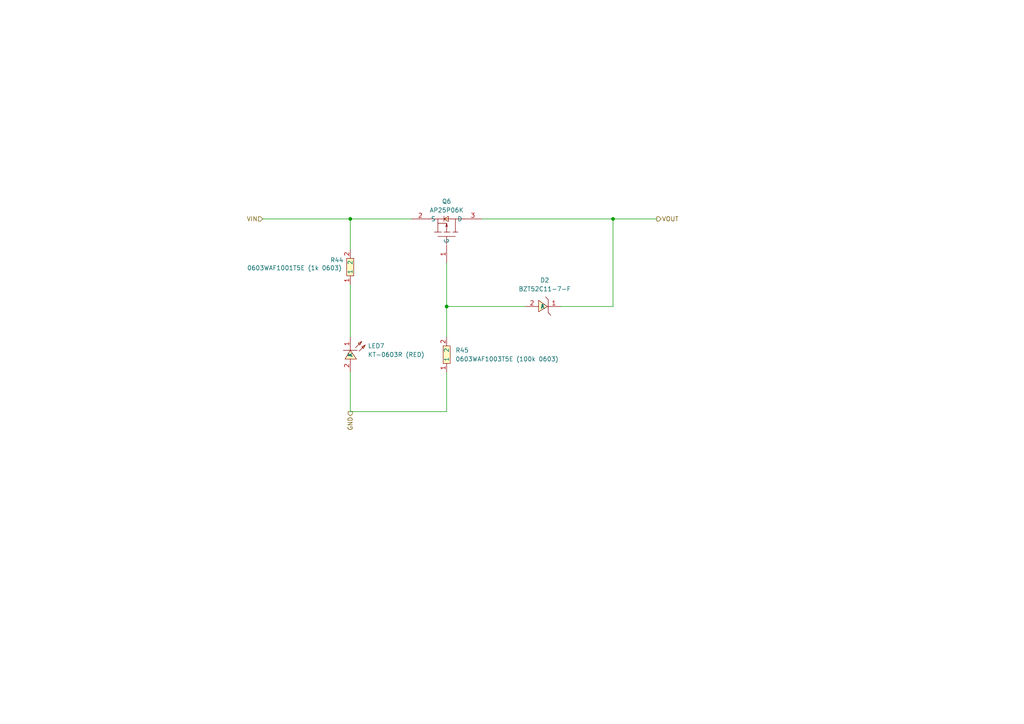
<source format=kicad_sch>
(kicad_sch (version 20231120) (generator "eeschema") (generator_version "8.0")
  (paper "A4")
  (lib_symbols
    (symbol "Rocketry_Easyeda:0603WAF1001T5E (1k 0603)"
      (property "Reference" "R" (at 0 5.08 0))
      (property "Value" "0603WAF1001T5E (1k 0603)" (at 0 -5.08 0))
      (symbol "0603WAF1001T5E (1k 0603)_0_1"
        (rectangle (start -2.54 1.02) (end 2.54 -1.02) (fill (type background)))
        (pin input line (at -5.08 0 0) (length 2.54) (name "1") (number "1"))
        (pin input line (at 5.08 0 180) (length 2.54) (name "2") (number "2"))
      )
    )
    (symbol "Rocketry_Easyeda:0603WAF1003T5E (100k 0603)"
      (property "Reference" "R" (at 0 5.08 0))
      (property "Value" "0603WAF1003T5E (100k 0603)" (at 0 -5.08 0))
      (symbol "0603WAF1003T5E (100k 0603)_0_1"
        (rectangle (start -2.54 1.02) (end 2.54 -1.02) (fill (type background)))
        (pin input line (at -5.08 0 0) (length 2.54) (name "1") (number "1"))
        (pin input line (at 5.08 0 180) (length 2.54) (name "2") (number "2"))
      )
    )
    (symbol "Rocketry_Easyeda:AP25P06K"
      (property "Reference" "Q" (at 0 15.24 0))
      (property "Value" "AP25P06K" (at 0 -15.24 0))
      (symbol "AP25P06K_0_1"
        (polyline (pts (xy 0 0) (xy -2.29 0)))
        (polyline (pts (xy 0 2.54) (xy 0 -2.54)))
        (polyline (pts (xy 1.27 -2.54) (xy 5.08 -2.54)))
        (polyline (pts (xy 1.27 -1.78) (xy 1.27 -3.3)))
        (polyline (pts (xy 1.27 0.76) (xy 1.27 -1.02)))
        (polyline (pts (xy 1.27 2.54) (xy 5.08 2.54)))
        (polyline (pts (xy 1.27 3.56) (xy 1.27 1.52)))
        (polyline (pts (xy 3.81 0) (xy 2.79 -0.25)))
        (polyline (pts (xy 3.81 2.54) (xy 3.81 0)))
        (polyline (pts (xy 5.08 5.08) (xy 5.08 -5.08)))
        (polyline (pts (xy 5.84 0.76) (xy 4.32 0.76)))
        (polyline (pts (xy 1.27 0) (xy 3.81 0) (xy 2.79 0.25)))
        (polyline (pts (xy 5.84 -0.51) (xy 4.32 -0.51) (xy 5.08 0.76) (xy 5.84 -0.51)) (fill (type background)))
        (pin unspecified line (at -7.62 0 0) (length 5.08) (name "G") (number "1"))
        (pin unspecified line (at 5.08 10.16 270) (length 5.08) (name "S") (number "2"))
        (pin unspecified line (at 5.08 -10.16 90) (length 5.08) (name "D") (number "3"))
      )
    )
    (symbol "Rocketry_Easyeda:BZT52C11-7-F"
      (property "Reference" "D" (at 0 5.08 0))
      (property "Value" "BZT52C11-7-F" (at 0 -5.08 0))
      (symbol "BZT52C11-7-F_0_1"
        (polyline (pts (xy 1.27 1.52) (xy -1.27 0) (xy 1.27 -1.78) (xy 1.27 1.52)) (fill (type background)))
        (polyline (pts (xy -2.29 2.54) (xy -1.52 1.78) (xy -1.52 1.78) (xy -1.52 -2.03) (xy -1.52 -2.03) (xy -0.76 -2.79)))
        (pin unspecified line (at -5.08 0 0) (length 3.81) (name "K") (number "1"))
        (pin unspecified line (at 5.08 0 180) (length 3.81) (name "A") (number "2"))
      )
    )
    (symbol "Rocketry_Easyeda:KT-0603R"
      (property "Reference" "LED" (at 0 5.08 0))
      (property "Value" "KT-0603R" (at 0 -5.08 0))
      (symbol "KT-0603R_0_1"
        (polyline (pts (xy -2.03 1.52) (xy -3.81 3.3)))
        (polyline (pts (xy -1.27 2.03) (xy -1.27 -2.03)))
        (polyline (pts (xy -1.02 2.54) (xy -2.79 4.32)))
        (polyline (pts (xy -3.81 3.3) (xy -2.79 2.79) (xy -3.3 2.29) (xy -3.81 3.3)) (fill (type background)))
        (polyline (pts (xy -2.79 4.32) (xy -1.78 3.81) (xy -2.29 3.3) (xy -2.79 4.32)) (fill (type background)))
        (polyline (pts (xy 1.27 -1.52) (xy -1.27 0) (xy 1.27 1.78) (xy 1.27 -1.52)) (fill (type background)))
        (pin unspecified line (at -5.08 0 0) (length 3.81) (name "K") (number "1"))
        (pin unspecified line (at 5.08 0 180) (length 3.81) (name "A") (number "2"))
      )
    )
  )
  (junction (at 129.54 88.9))
  (junction (at 177.8 63.5))
  (junction (at 101.6 63.5))
  (wire (pts (xy 129.54 119.38) (xy 101.6 119.38)))
  (wire (pts (xy 177.8 88.9) (xy 177.8 63.5)))
  (wire (pts (xy 139.7 63.5) (xy 177.8 63.5)))
  (wire (pts (xy 101.6 63.5) (xy 119.38 63.5)))
  (wire (pts (xy 162.56 88.9) (xy 177.8 88.9)))
  (wire (pts (xy 129.54 107.95) (xy 129.54 119.38)))
  (wire (pts (xy 76.2 63.5) (xy 101.6 63.5)))
  (wire (pts (xy 101.6 82.55) (xy 101.6 97.79)))
  (wire (pts (xy 101.6 107.95) (xy 101.6 119.38)))
  (wire (pts (xy 177.8 63.5) (xy 190.5 63.5)))
  (wire (pts (xy 129.54 88.9) (xy 152.4 88.9)))
  (wire (pts (xy 129.54 76.2) (xy 129.54 88.9)))
  (wire (pts (xy 101.6 72.39) (xy 101.6 63.5)))
  (wire (pts (xy 129.54 88.9) (xy 129.54 97.79)))
  (hierarchical_label "VOUT" (shape output) (at 190.5 63.5 0))
  (hierarchical_label "VIN" (shape input) (at 76.2 63.5 180))
  (hierarchical_label "GND" (shape output) (at 101.6 119.38 270))
  (symbol (lib_id "Rocketry_Easyeda:0603WAF1003T5E (100k 0603)") (at 129.54 102.87 90) (unit 1)
    (property "Reference" "R45" (at 132.08 101.5999 90) (effects (justify right)))
    (property "Value" "0603WAF1003T5E (100k 0603)" (at 132.08 104.1399 90) (effects (justify right)))
    (property "Footprint" "Rocketry_Easyeda:R0603" (effects (hide yes)))
    (property "Datasheet" "https://lcsc.com/product-detail/Chip-Resistor-Surface-Mount-UniOhm_100KR-1003-1_C25803.html" (effects (hide yes)))
    (property "LCSC Part" "C25803" (effects (hide yes)))
  )
  (symbol (lib_id "Rocketry_Easyeda:AP25P06K") (at 129.54 68.58 90) (unit 1)
    (property "Reference" "Q6" (at 129.54 58.42 90))
    (property "Value" "AP25P06K" (at 129.54 60.96 90))
    (property "Footprint" "Rocketry_Easyeda:TO-252-2_L6.6-W6.1-P4.57-LS10.1-BL" (effects (hide yes)))
    (property "LCSC Part" "C2995326" (effects (hide yes)))
  )
  (symbol (lib_id "Rocketry_Easyeda:KT-0603R") (at 101.6 102.87 270) (unit 1)
    (property "Reference" "LED7" (at 106.68 100.3299 90) (effects (justify left)))
    (property "Value" "KT-0603R (RED)" (at 106.68 102.8699 90) (effects (justify left)))
    (property "Footprint" "Rocketry_Easyeda:LED0603-RD" (effects (hide yes)))
    (property "Datasheet" "https://lcsc.com/product-detail/Light-Emitting-Diodes-LED_Red-LED-0603_C2286.html" (effects (hide yes)))
    (property "LCSC Part" "C2286" (effects (hide yes)))
  )
  (symbol (lib_id "Rocketry_Easyeda:0603WAF1001T5E (1k 0603)") (at 101.6 77.47 90) (unit 1)
    (property "Reference" "R44" (at 95.758 75.438 90) (effects (justify right)))
    (property "Value" "0603WAF1001T5E (1k 0603)" (at 71.628 77.724 90) (effects (justify right)))
    (property "Footprint" "Rocketry_Easyeda:R0603" (effects (hide yes)))
    (property "Datasheet" "https://lcsc.com/product-detail/Chip-Resistor-Surface-Mount-UniOhm_1KR-1001-1_C21190.html" (effects (hide yes)))
    (property "LCSC Part" "C21190" (effects (hide yes)))
  )
  (symbol (lib_id "Rocketry_Easyeda:BZT52C11-7-F") (at 157.48 88.9 180) (unit 1)
    (property "Reference" "D2" (at 157.99 81.28 0))
    (property "Value" "BZT52C11-7-F" (at 157.99 83.82 0))
    (property "Footprint" "Rocketry_Easyeda:SOD-123_L2.8-W1.8-LS3.7-RD" (effects (hide yes)))
    (property "Datasheet" "https://lcsc.com/product-detail/Others_Diodes-Incorporated_BZT52C11-7-F_Diodes-Incorporated-BZT52C11-7-F_C92321.html" (effects (hide yes)))
    (property "LCSC Part" "C92321" (effects (hide yes)))
  )
)
</source>
